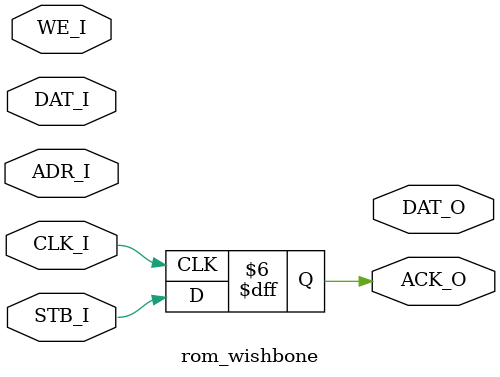
<source format=v>
module rom_wishbone #(parameter ADDRESS_WIDTH=8, DATA_WIDTH=8, DEPTH=256, MEMFILE="") (
	input wire CLK_I,
	input wire STB_I,
	input WE_I,
	input wire [ADDRESS_WIDTH-1:0] ADR_I,
	input wire [DATA_WIDTH-1:0] DAT_I,
	output reg [DATA_WIDTH-1:0] DAT_O,
	output reg ACK_O
	);

	reg [DATA_WIDTH-1:0] memory [0:DEPTH-1];

	initial begin
		if (MEMFILE > 0) begin
			$display("Loading ROM memory file: " + MEMFILE);
			$readmemh(MEMFILE, memory);
		end
	end

	always @ (posedge CLK_I) begin
		if (STB_I) begin
			data_out <= memory[address];
		end
		ACK_O <= STB_I;
	end
endmodule

</source>
